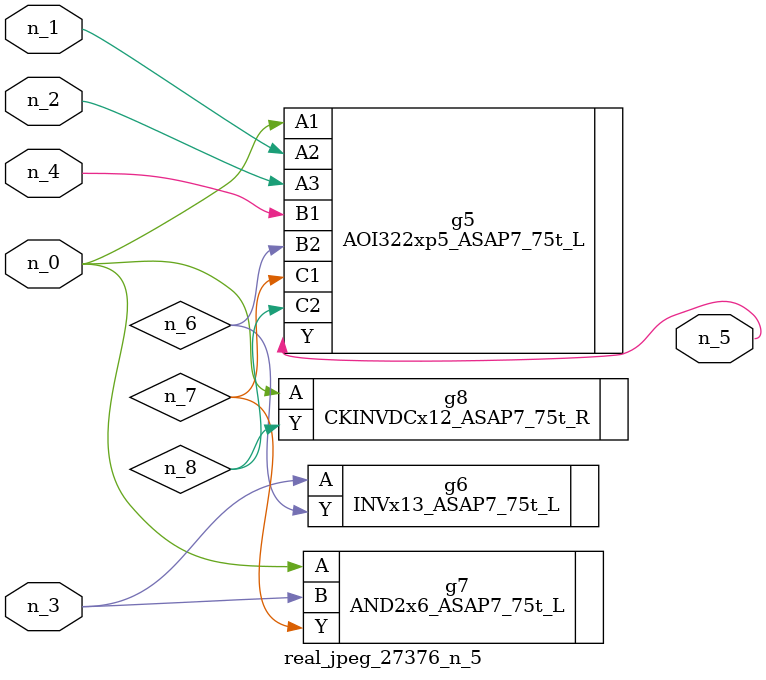
<source format=v>
module real_jpeg_27376_n_5 (n_4, n_0, n_1, n_2, n_3, n_5);

input n_4;
input n_0;
input n_1;
input n_2;
input n_3;

output n_5;

wire n_8;
wire n_6;
wire n_7;

AOI322xp5_ASAP7_75t_L g5 ( 
.A1(n_0),
.A2(n_1),
.A3(n_2),
.B1(n_4),
.B2(n_6),
.C1(n_7),
.C2(n_8),
.Y(n_5)
);

AND2x6_ASAP7_75t_L g7 ( 
.A(n_0),
.B(n_3),
.Y(n_7)
);

CKINVDCx12_ASAP7_75t_R g8 ( 
.A(n_0),
.Y(n_8)
);

INVx13_ASAP7_75t_L g6 ( 
.A(n_3),
.Y(n_6)
);


endmodule
</source>
